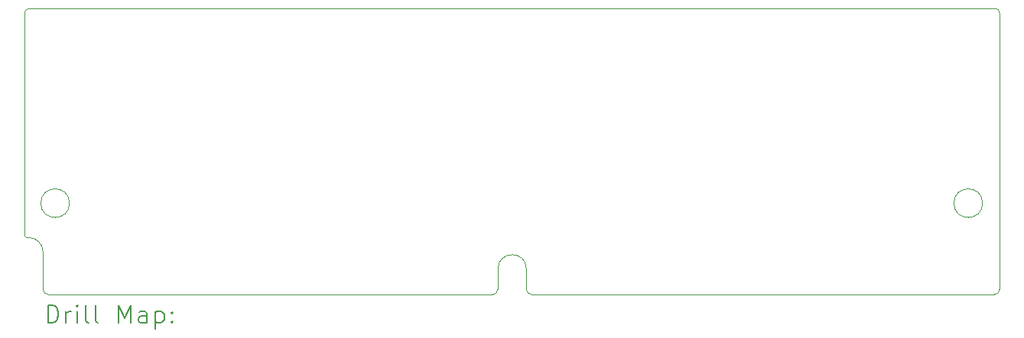
<source format=gbr>
%TF.GenerationSoftware,KiCad,Pcbnew,9.0.0*%
%TF.CreationDate,2025-04-30T20:38:19+02:00*%
%TF.ProjectId,simm72_rom_smd,73696d6d-3732-45f7-926f-6d5f736d642e,A1*%
%TF.SameCoordinates,Original*%
%TF.FileFunction,Drillmap*%
%TF.FilePolarity,Positive*%
%FSLAX45Y45*%
G04 Gerber Fmt 4.5, Leading zero omitted, Abs format (unit mm)*
G04 Created by KiCad (PCBNEW 9.0.0) date 2025-04-30 20:38:19*
%MOMM*%
%LPD*%
G01*
G04 APERTURE LIST*
%ADD10C,0.050000*%
%ADD11C,0.200000*%
G04 APERTURE END LIST*
D10*
X5102500Y-8417760D02*
G75*
G02*
X5153300Y-8366960I50800J0D01*
G01*
X15846700Y-8366960D02*
G75*
G02*
X15897500Y-8417760I0J-50800D01*
G01*
X15897500Y-8417760D02*
X15897580Y-10274500D01*
X5102500Y-8417760D02*
X5102580Y-10274500D01*
X15846700Y-8366960D02*
X5153300Y-8366960D01*
X5102580Y-10274500D02*
X5102580Y-10884100D01*
X5127980Y-10909500D02*
X5148580Y-10909979D01*
X5305580Y-11481000D02*
X5305580Y-11066500D01*
X10279100Y-11544500D02*
X5369080Y-11544500D01*
X10342600Y-11481000D02*
X10342600Y-11257480D01*
X10657560Y-11481000D02*
X10657560Y-11257480D01*
X10721060Y-11544500D02*
X15770580Y-11544500D01*
X15834080Y-11544500D02*
X15770580Y-11544500D01*
X15897580Y-10274500D02*
X15897580Y-11417500D01*
X15897580Y-11481000D02*
X15897580Y-11417500D01*
X5127980Y-10909500D02*
G75*
G02*
X5102580Y-10884100I0J25400D01*
G01*
X5148580Y-10909979D02*
G75*
G02*
X5305580Y-11066500I0J-157001D01*
G01*
X5369080Y-11544500D02*
G75*
G02*
X5305580Y-11481000I0J63500D01*
G01*
X10342600Y-11257480D02*
G75*
G02*
X10657560Y-11257480I157480J0D01*
G01*
X10342600Y-11481000D02*
G75*
G02*
X10279100Y-11544500I-63500J0D01*
G01*
X10721060Y-11544500D02*
G75*
G02*
X10657560Y-11481000I0J63500D01*
G01*
X15897580Y-11481000D02*
G75*
G02*
X15834080Y-11544500I-63500J0D01*
G01*
X5599532Y-10528500D02*
G75*
G02*
X5281628Y-10528500I-158952J0D01*
G01*
X5281628Y-10528500D02*
G75*
G02*
X5599532Y-10528500I158952J0D01*
G01*
X15708600Y-10528500D02*
G75*
G02*
X15390600Y-10528500I-159000J0D01*
G01*
X15390600Y-10528500D02*
G75*
G02*
X15708600Y-10528500I159000J0D01*
G01*
D11*
X5360777Y-11858484D02*
X5360777Y-11658484D01*
X5360777Y-11658484D02*
X5408396Y-11658484D01*
X5408396Y-11658484D02*
X5436967Y-11668008D01*
X5436967Y-11668008D02*
X5456015Y-11687055D01*
X5456015Y-11687055D02*
X5465539Y-11706103D01*
X5465539Y-11706103D02*
X5475063Y-11744198D01*
X5475063Y-11744198D02*
X5475063Y-11772769D01*
X5475063Y-11772769D02*
X5465539Y-11810865D01*
X5465539Y-11810865D02*
X5456015Y-11829912D01*
X5456015Y-11829912D02*
X5436967Y-11848960D01*
X5436967Y-11848960D02*
X5408396Y-11858484D01*
X5408396Y-11858484D02*
X5360777Y-11858484D01*
X5560777Y-11858484D02*
X5560777Y-11725150D01*
X5560777Y-11763246D02*
X5570301Y-11744198D01*
X5570301Y-11744198D02*
X5579824Y-11734674D01*
X5579824Y-11734674D02*
X5598872Y-11725150D01*
X5598872Y-11725150D02*
X5617920Y-11725150D01*
X5684586Y-11858484D02*
X5684586Y-11725150D01*
X5684586Y-11658484D02*
X5675062Y-11668008D01*
X5675062Y-11668008D02*
X5684586Y-11677531D01*
X5684586Y-11677531D02*
X5694110Y-11668008D01*
X5694110Y-11668008D02*
X5684586Y-11658484D01*
X5684586Y-11658484D02*
X5684586Y-11677531D01*
X5808396Y-11858484D02*
X5789348Y-11848960D01*
X5789348Y-11848960D02*
X5779824Y-11829912D01*
X5779824Y-11829912D02*
X5779824Y-11658484D01*
X5913158Y-11858484D02*
X5894110Y-11848960D01*
X5894110Y-11848960D02*
X5884586Y-11829912D01*
X5884586Y-11829912D02*
X5884586Y-11658484D01*
X6141729Y-11858484D02*
X6141729Y-11658484D01*
X6141729Y-11658484D02*
X6208396Y-11801341D01*
X6208396Y-11801341D02*
X6275062Y-11658484D01*
X6275062Y-11658484D02*
X6275062Y-11858484D01*
X6456015Y-11858484D02*
X6456015Y-11753722D01*
X6456015Y-11753722D02*
X6446491Y-11734674D01*
X6446491Y-11734674D02*
X6427443Y-11725150D01*
X6427443Y-11725150D02*
X6389348Y-11725150D01*
X6389348Y-11725150D02*
X6370301Y-11734674D01*
X6456015Y-11848960D02*
X6436967Y-11858484D01*
X6436967Y-11858484D02*
X6389348Y-11858484D01*
X6389348Y-11858484D02*
X6370301Y-11848960D01*
X6370301Y-11848960D02*
X6360777Y-11829912D01*
X6360777Y-11829912D02*
X6360777Y-11810865D01*
X6360777Y-11810865D02*
X6370301Y-11791817D01*
X6370301Y-11791817D02*
X6389348Y-11782293D01*
X6389348Y-11782293D02*
X6436967Y-11782293D01*
X6436967Y-11782293D02*
X6456015Y-11772769D01*
X6551253Y-11725150D02*
X6551253Y-11925150D01*
X6551253Y-11734674D02*
X6570301Y-11725150D01*
X6570301Y-11725150D02*
X6608396Y-11725150D01*
X6608396Y-11725150D02*
X6627443Y-11734674D01*
X6627443Y-11734674D02*
X6636967Y-11744198D01*
X6636967Y-11744198D02*
X6646491Y-11763246D01*
X6646491Y-11763246D02*
X6646491Y-11820388D01*
X6646491Y-11820388D02*
X6636967Y-11839436D01*
X6636967Y-11839436D02*
X6627443Y-11848960D01*
X6627443Y-11848960D02*
X6608396Y-11858484D01*
X6608396Y-11858484D02*
X6570301Y-11858484D01*
X6570301Y-11858484D02*
X6551253Y-11848960D01*
X6732205Y-11839436D02*
X6741729Y-11848960D01*
X6741729Y-11848960D02*
X6732205Y-11858484D01*
X6732205Y-11858484D02*
X6722682Y-11848960D01*
X6722682Y-11848960D02*
X6732205Y-11839436D01*
X6732205Y-11839436D02*
X6732205Y-11858484D01*
X6732205Y-11734674D02*
X6741729Y-11744198D01*
X6741729Y-11744198D02*
X6732205Y-11753722D01*
X6732205Y-11753722D02*
X6722682Y-11744198D01*
X6722682Y-11744198D02*
X6732205Y-11734674D01*
X6732205Y-11734674D02*
X6732205Y-11753722D01*
M02*

</source>
